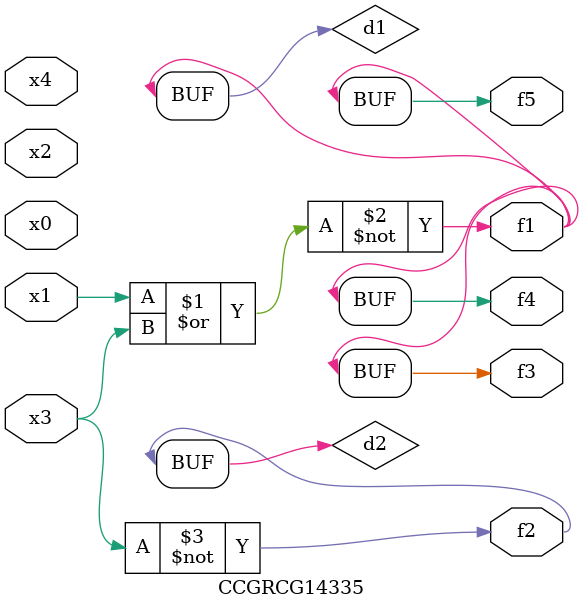
<source format=v>
module CCGRCG14335(
	input x0, x1, x2, x3, x4,
	output f1, f2, f3, f4, f5
);

	wire d1, d2;

	nor (d1, x1, x3);
	not (d2, x3);
	assign f1 = d1;
	assign f2 = d2;
	assign f3 = d1;
	assign f4 = d1;
	assign f5 = d1;
endmodule

</source>
